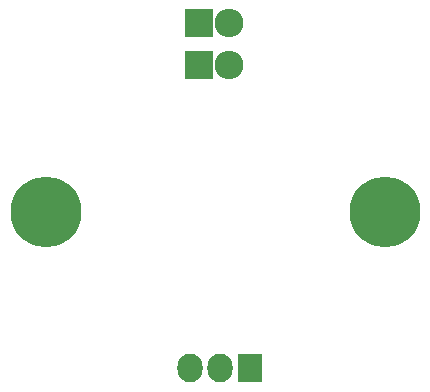
<source format=gbs>
G04 #@! TF.FileFunction,Soldermask,Bot*
%FSLAX46Y46*%
G04 Gerber Fmt 4.6, Leading zero omitted, Abs format (unit mm)*
G04 Created by KiCad (PCBNEW 4.0.1-stable) date Wednesday, August 10, 2016 'PMt' 06:46:32 PM*
%MOMM*%
G01*
G04 APERTURE LIST*
%ADD10C,0.100000*%
%ADD11R,2.432000X2.432000*%
%ADD12O,2.432000X2.432000*%
%ADD13R,2.127200X2.432000*%
%ADD14O,2.127200X2.432000*%
%ADD15C,6.000000*%
G04 APERTURE END LIST*
D10*
D11*
X147828000Y-93980000D03*
D12*
X150368000Y-93980000D03*
D13*
X152146000Y-119634000D03*
D14*
X149606000Y-119634000D03*
X147066000Y-119634000D03*
D11*
X147828000Y-90424000D03*
D12*
X150368000Y-90424000D03*
D15*
X134874000Y-106426000D03*
X163576000Y-106426000D03*
M02*

</source>
